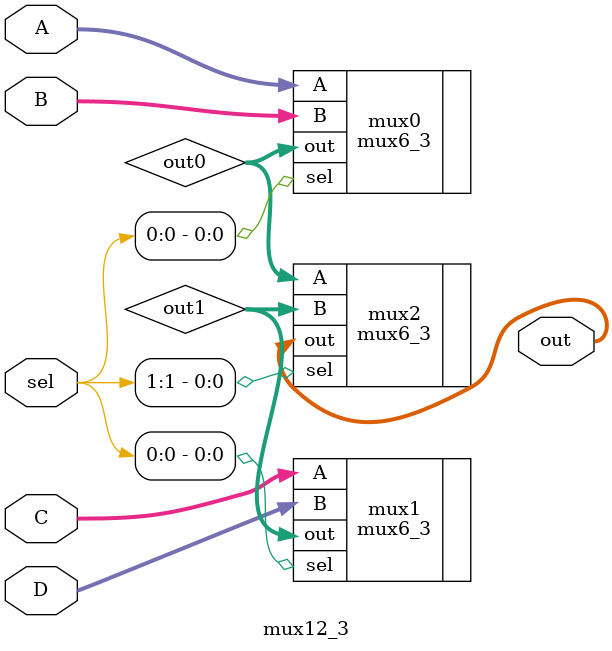
<source format=v>
module mux12_3 (A, B, C, D, sel, out);

    input [2:0] A;
    input [2:0] B;
    input [2:0] C;
    input [2:0] D;
    input [1:0] sel;
    
    output [2:0] out;
    
    wire [2:0] out0;
    wire [2:0] out1;
    
    mux6_3 mux0 (.A(A[2:0]), .B(B[2:0]), .sel(sel[0]), .out(out0[2:0]));
    mux6_3 mux1 (.A(C[2:0]), .B(D[2:0]), .sel(sel[0]), .out(out1[2:0]));
    
    mux6_3 mux2 (.A(out0[2:0]), .B(out1[2:0]), .sel(sel[1]), .out(out[2:0]));
    
endmodule

</source>
